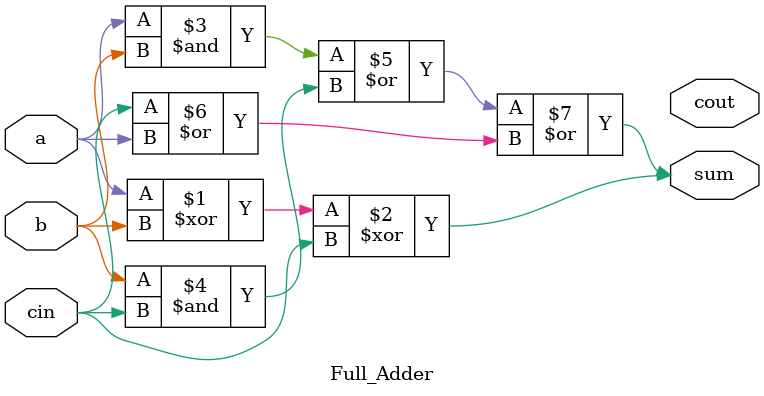
<source format=v>
module Full_Adder(
      input a,b,cin,
    output wire sum,cout

);

assign sum = a^b^cin;
assign sum = (a&b) | (b&cin) | (cin | a);

endmodule
</source>
